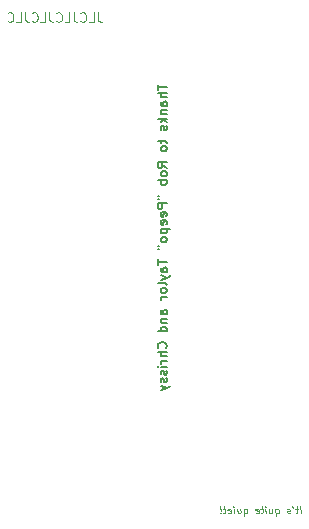
<source format=gbr>
%TF.GenerationSoftware,KiCad,Pcbnew,(6.0.7)*%
%TF.CreationDate,2022-12-16T00:38:36+00:00*%
%TF.ProjectId,CPC464-2MINITapeAdapter,43504334-3634-42d3-924d-494e49546170,rev?*%
%TF.SameCoordinates,Original*%
%TF.FileFunction,Legend,Bot*%
%TF.FilePolarity,Positive*%
%FSLAX46Y46*%
G04 Gerber Fmt 4.6, Leading zero omitted, Abs format (unit mm)*
G04 Created by KiCad (PCBNEW (6.0.7)) date 2022-12-16 00:38:36*
%MOMM*%
%LPD*%
G01*
G04 APERTURE LIST*
%ADD10C,0.037500*%
%ADD11C,0.100000*%
%ADD12C,0.150000*%
G04 APERTURE END LIST*
D10*
X62343838Y-59175704D02*
X62343838Y-59747133D01*
X62381933Y-59861419D01*
X62458123Y-59937609D01*
X62572409Y-59975704D01*
X62648600Y-59975704D01*
X61581933Y-59975704D02*
X61962885Y-59975704D01*
X61962885Y-59175704D01*
X60858123Y-59899514D02*
X60896219Y-59937609D01*
X61010504Y-59975704D01*
X61086695Y-59975704D01*
X61200980Y-59937609D01*
X61277171Y-59861419D01*
X61315266Y-59785228D01*
X61353361Y-59632847D01*
X61353361Y-59518561D01*
X61315266Y-59366180D01*
X61277171Y-59289990D01*
X61200980Y-59213800D01*
X61086695Y-59175704D01*
X61010504Y-59175704D01*
X60896219Y-59213800D01*
X60858123Y-59251895D01*
X60286695Y-59175704D02*
X60286695Y-59747133D01*
X60324790Y-59861419D01*
X60400980Y-59937609D01*
X60515266Y-59975704D01*
X60591457Y-59975704D01*
X59524790Y-59975704D02*
X59905742Y-59975704D01*
X59905742Y-59175704D01*
X58800980Y-59899514D02*
X58839076Y-59937609D01*
X58953361Y-59975704D01*
X59029552Y-59975704D01*
X59143838Y-59937609D01*
X59220028Y-59861419D01*
X59258123Y-59785228D01*
X59296219Y-59632847D01*
X59296219Y-59518561D01*
X59258123Y-59366180D01*
X59220028Y-59289990D01*
X59143838Y-59213800D01*
X59029552Y-59175704D01*
X58953361Y-59175704D01*
X58839076Y-59213800D01*
X58800980Y-59251895D01*
X58229552Y-59175704D02*
X58229552Y-59747133D01*
X58267647Y-59861419D01*
X58343838Y-59937609D01*
X58458123Y-59975704D01*
X58534314Y-59975704D01*
X57467647Y-59975704D02*
X57848600Y-59975704D01*
X57848600Y-59175704D01*
X56743838Y-59899514D02*
X56781933Y-59937609D01*
X56896219Y-59975704D01*
X56972409Y-59975704D01*
X57086695Y-59937609D01*
X57162885Y-59861419D01*
X57200980Y-59785228D01*
X57239076Y-59632847D01*
X57239076Y-59518561D01*
X57200980Y-59366180D01*
X57162885Y-59289990D01*
X57086695Y-59213800D01*
X56972409Y-59175704D01*
X56896219Y-59175704D01*
X56781933Y-59213800D01*
X56743838Y-59251895D01*
X56172409Y-59175704D02*
X56172409Y-59747133D01*
X56210504Y-59861419D01*
X56286695Y-59937609D01*
X56400980Y-59975704D01*
X56477171Y-59975704D01*
X55410504Y-59975704D02*
X55791457Y-59975704D01*
X55791457Y-59175704D01*
X54686695Y-59899514D02*
X54724790Y-59937609D01*
X54839076Y-59975704D01*
X54915266Y-59975704D01*
X55029552Y-59937609D01*
X55105742Y-59861419D01*
X55143838Y-59785228D01*
X55181933Y-59632847D01*
X55181933Y-59518561D01*
X55143838Y-59366180D01*
X55105742Y-59289990D01*
X55029552Y-59213800D01*
X54915266Y-59175704D01*
X54839076Y-59175704D01*
X54724790Y-59213800D01*
X54686695Y-59251895D01*
D11*
X79515517Y-101592028D02*
X79440517Y-100992028D01*
X79265517Y-101192028D02*
X79036946Y-101192028D01*
X79154803Y-100992028D02*
X79219089Y-101506314D01*
X79197660Y-101563457D01*
X79144089Y-101592028D01*
X79086946Y-101592028D01*
X78783375Y-100992028D02*
X78854803Y-101106314D01*
X78626232Y-101563457D02*
X78572660Y-101592028D01*
X78458375Y-101592028D01*
X78397660Y-101563457D01*
X78361946Y-101506314D01*
X78358375Y-101477742D01*
X78379803Y-101420600D01*
X78433375Y-101392028D01*
X78519089Y-101392028D01*
X78572660Y-101363457D01*
X78594089Y-101306314D01*
X78590517Y-101277742D01*
X78554803Y-101220600D01*
X78494089Y-101192028D01*
X78408375Y-101192028D01*
X78354803Y-101220600D01*
X77351232Y-101192028D02*
X77426232Y-101792028D01*
X77397660Y-101563457D02*
X77458375Y-101592028D01*
X77572660Y-101592028D01*
X77626232Y-101563457D01*
X77651232Y-101534885D01*
X77672660Y-101477742D01*
X77651232Y-101306314D01*
X77615517Y-101249171D01*
X77583375Y-101220600D01*
X77522660Y-101192028D01*
X77408375Y-101192028D01*
X77354803Y-101220600D01*
X76808375Y-101192028D02*
X76858375Y-101592028D01*
X77065517Y-101192028D02*
X77104803Y-101506314D01*
X77083375Y-101563457D01*
X77029803Y-101592028D01*
X76944089Y-101592028D01*
X76883375Y-101563457D01*
X76851232Y-101534885D01*
X76572660Y-101592028D02*
X76522660Y-101192028D01*
X76497660Y-100992028D02*
X76529803Y-101020600D01*
X76504803Y-101049171D01*
X76472660Y-101020600D01*
X76497660Y-100992028D01*
X76504803Y-101049171D01*
X76322660Y-101192028D02*
X76094089Y-101192028D01*
X76211946Y-100992028D02*
X76276232Y-101506314D01*
X76254803Y-101563457D01*
X76201232Y-101592028D01*
X76144089Y-101592028D01*
X75711946Y-101563457D02*
X75772660Y-101592028D01*
X75886946Y-101592028D01*
X75940517Y-101563457D01*
X75961946Y-101506314D01*
X75933375Y-101277742D01*
X75897660Y-101220600D01*
X75836946Y-101192028D01*
X75722660Y-101192028D01*
X75669089Y-101220600D01*
X75647660Y-101277742D01*
X75654803Y-101334885D01*
X75947660Y-101392028D01*
X74665517Y-101192028D02*
X74740517Y-101792028D01*
X74711946Y-101563457D02*
X74772660Y-101592028D01*
X74886946Y-101592028D01*
X74940517Y-101563457D01*
X74965517Y-101534885D01*
X74986946Y-101477742D01*
X74965517Y-101306314D01*
X74929803Y-101249171D01*
X74897660Y-101220600D01*
X74836946Y-101192028D01*
X74722660Y-101192028D01*
X74669089Y-101220600D01*
X74122660Y-101192028D02*
X74172660Y-101592028D01*
X74379803Y-101192028D02*
X74419089Y-101506314D01*
X74397660Y-101563457D01*
X74344089Y-101592028D01*
X74258375Y-101592028D01*
X74197660Y-101563457D01*
X74165517Y-101534885D01*
X73886946Y-101592028D02*
X73836946Y-101192028D01*
X73811946Y-100992028D02*
X73844089Y-101020600D01*
X73819089Y-101049171D01*
X73786946Y-101020600D01*
X73811946Y-100992028D01*
X73819089Y-101049171D01*
X73369089Y-101563457D02*
X73429803Y-101592028D01*
X73544089Y-101592028D01*
X73597660Y-101563457D01*
X73619089Y-101506314D01*
X73590517Y-101277742D01*
X73554803Y-101220600D01*
X73494089Y-101192028D01*
X73379803Y-101192028D01*
X73326232Y-101220600D01*
X73304803Y-101277742D01*
X73311946Y-101334885D01*
X73604803Y-101392028D01*
X73122660Y-101192028D02*
X72894089Y-101192028D01*
X73011946Y-100992028D02*
X73076232Y-101506314D01*
X73054803Y-101563457D01*
X73001232Y-101592028D01*
X72944089Y-101592028D01*
X72736946Y-101534885D02*
X72711946Y-101563457D01*
X72744089Y-101592028D01*
X72769089Y-101563457D01*
X72736946Y-101534885D01*
X72744089Y-101592028D01*
X72715517Y-101363457D02*
X72701232Y-101020600D01*
X72669089Y-100992028D01*
X72644089Y-101020600D01*
X72715517Y-101363457D01*
X72669089Y-100992028D01*
D12*
X67379904Y-65279619D02*
X67379904Y-65736761D01*
X68179904Y-65508190D02*
X67379904Y-65508190D01*
X68179904Y-66003428D02*
X67379904Y-66003428D01*
X68179904Y-66346285D02*
X67760857Y-66346285D01*
X67684666Y-66308190D01*
X67646571Y-66232000D01*
X67646571Y-66117714D01*
X67684666Y-66041523D01*
X67722761Y-66003428D01*
X68179904Y-67070095D02*
X67760857Y-67070095D01*
X67684666Y-67032000D01*
X67646571Y-66955809D01*
X67646571Y-66803428D01*
X67684666Y-66727238D01*
X68141809Y-67070095D02*
X68179904Y-66993904D01*
X68179904Y-66803428D01*
X68141809Y-66727238D01*
X68065619Y-66689142D01*
X67989428Y-66689142D01*
X67913238Y-66727238D01*
X67875142Y-66803428D01*
X67875142Y-66993904D01*
X67837047Y-67070095D01*
X67646571Y-67451047D02*
X68179904Y-67451047D01*
X67722761Y-67451047D02*
X67684666Y-67489142D01*
X67646571Y-67565333D01*
X67646571Y-67679619D01*
X67684666Y-67755809D01*
X67760857Y-67793904D01*
X68179904Y-67793904D01*
X68179904Y-68174857D02*
X67379904Y-68174857D01*
X67875142Y-68251047D02*
X68179904Y-68479619D01*
X67646571Y-68479619D02*
X67951333Y-68174857D01*
X68141809Y-68784380D02*
X68179904Y-68860571D01*
X68179904Y-69012952D01*
X68141809Y-69089142D01*
X68065619Y-69127238D01*
X68027523Y-69127238D01*
X67951333Y-69089142D01*
X67913238Y-69012952D01*
X67913238Y-68898666D01*
X67875142Y-68822476D01*
X67798952Y-68784380D01*
X67760857Y-68784380D01*
X67684666Y-68822476D01*
X67646571Y-68898666D01*
X67646571Y-69012952D01*
X67684666Y-69089142D01*
X67646571Y-69965333D02*
X67646571Y-70270095D01*
X67379904Y-70079619D02*
X68065619Y-70079619D01*
X68141809Y-70117714D01*
X68179904Y-70193904D01*
X68179904Y-70270095D01*
X68179904Y-70651047D02*
X68141809Y-70574857D01*
X68103714Y-70536761D01*
X68027523Y-70498666D01*
X67798952Y-70498666D01*
X67722761Y-70536761D01*
X67684666Y-70574857D01*
X67646571Y-70651047D01*
X67646571Y-70765333D01*
X67684666Y-70841523D01*
X67722761Y-70879619D01*
X67798952Y-70917714D01*
X68027523Y-70917714D01*
X68103714Y-70879619D01*
X68141809Y-70841523D01*
X68179904Y-70765333D01*
X68179904Y-70651047D01*
X68179904Y-72327238D02*
X67798952Y-72060571D01*
X68179904Y-71870095D02*
X67379904Y-71870095D01*
X67379904Y-72174857D01*
X67418000Y-72251047D01*
X67456095Y-72289142D01*
X67532285Y-72327238D01*
X67646571Y-72327238D01*
X67722761Y-72289142D01*
X67760857Y-72251047D01*
X67798952Y-72174857D01*
X67798952Y-71870095D01*
X68179904Y-72784380D02*
X68141809Y-72708190D01*
X68103714Y-72670095D01*
X68027523Y-72632000D01*
X67798952Y-72632000D01*
X67722761Y-72670095D01*
X67684666Y-72708190D01*
X67646571Y-72784380D01*
X67646571Y-72898666D01*
X67684666Y-72974857D01*
X67722761Y-73012952D01*
X67798952Y-73051047D01*
X68027523Y-73051047D01*
X68103714Y-73012952D01*
X68141809Y-72974857D01*
X68179904Y-72898666D01*
X68179904Y-72784380D01*
X68179904Y-73393904D02*
X67379904Y-73393904D01*
X67684666Y-73393904D02*
X67646571Y-73470095D01*
X67646571Y-73622476D01*
X67684666Y-73698666D01*
X67722761Y-73736761D01*
X67798952Y-73774857D01*
X68027523Y-73774857D01*
X68103714Y-73736761D01*
X68141809Y-73698666D01*
X68179904Y-73622476D01*
X68179904Y-73470095D01*
X68141809Y-73393904D01*
X67379904Y-74689142D02*
X67532285Y-74689142D01*
X67379904Y-74993904D02*
X67532285Y-74993904D01*
X68179904Y-75336761D02*
X67379904Y-75336761D01*
X67379904Y-75641523D01*
X67418000Y-75717714D01*
X67456095Y-75755809D01*
X67532285Y-75793904D01*
X67646571Y-75793904D01*
X67722761Y-75755809D01*
X67760857Y-75717714D01*
X67798952Y-75641523D01*
X67798952Y-75336761D01*
X68141809Y-76441523D02*
X68179904Y-76365333D01*
X68179904Y-76212952D01*
X68141809Y-76136761D01*
X68065619Y-76098666D01*
X67760857Y-76098666D01*
X67684666Y-76136761D01*
X67646571Y-76212952D01*
X67646571Y-76365333D01*
X67684666Y-76441523D01*
X67760857Y-76479619D01*
X67837047Y-76479619D01*
X67913238Y-76098666D01*
X68141809Y-77127238D02*
X68179904Y-77051047D01*
X68179904Y-76898666D01*
X68141809Y-76822476D01*
X68065619Y-76784380D01*
X67760857Y-76784380D01*
X67684666Y-76822476D01*
X67646571Y-76898666D01*
X67646571Y-77051047D01*
X67684666Y-77127238D01*
X67760857Y-77165333D01*
X67837047Y-77165333D01*
X67913238Y-76784380D01*
X67646571Y-77508190D02*
X68446571Y-77508190D01*
X67684666Y-77508190D02*
X67646571Y-77584380D01*
X67646571Y-77736761D01*
X67684666Y-77812952D01*
X67722761Y-77851047D01*
X67798952Y-77889142D01*
X68027523Y-77889142D01*
X68103714Y-77851047D01*
X68141809Y-77812952D01*
X68179904Y-77736761D01*
X68179904Y-77584380D01*
X68141809Y-77508190D01*
X68179904Y-78346285D02*
X68141809Y-78270095D01*
X68103714Y-78231999D01*
X68027523Y-78193904D01*
X67798952Y-78193904D01*
X67722761Y-78231999D01*
X67684666Y-78270095D01*
X67646571Y-78346285D01*
X67646571Y-78460571D01*
X67684666Y-78536761D01*
X67722761Y-78574857D01*
X67798952Y-78612952D01*
X68027523Y-78612952D01*
X68103714Y-78574857D01*
X68141809Y-78536761D01*
X68179904Y-78460571D01*
X68179904Y-78346285D01*
X67379904Y-78917714D02*
X67532285Y-78917714D01*
X67379904Y-79222476D02*
X67532285Y-79222476D01*
X67379904Y-80060571D02*
X67379904Y-80517714D01*
X68179904Y-80289142D02*
X67379904Y-80289142D01*
X68179904Y-81127238D02*
X67760857Y-81127238D01*
X67684666Y-81089142D01*
X67646571Y-81012952D01*
X67646571Y-80860571D01*
X67684666Y-80784380D01*
X68141809Y-81127238D02*
X68179904Y-81051047D01*
X68179904Y-80860571D01*
X68141809Y-80784380D01*
X68065619Y-80746285D01*
X67989428Y-80746285D01*
X67913238Y-80784380D01*
X67875142Y-80860571D01*
X67875142Y-81051047D01*
X67837047Y-81127238D01*
X67646571Y-81432000D02*
X68179904Y-81622476D01*
X67646571Y-81812952D02*
X68179904Y-81622476D01*
X68370380Y-81546285D01*
X68408476Y-81508190D01*
X68446571Y-81432000D01*
X68179904Y-82232000D02*
X68141809Y-82155809D01*
X68065619Y-82117714D01*
X67379904Y-82117714D01*
X68179904Y-82651047D02*
X68141809Y-82574857D01*
X68103714Y-82536761D01*
X68027523Y-82498666D01*
X67798952Y-82498666D01*
X67722761Y-82536761D01*
X67684666Y-82574857D01*
X67646571Y-82651047D01*
X67646571Y-82765333D01*
X67684666Y-82841523D01*
X67722761Y-82879619D01*
X67798952Y-82917714D01*
X68027523Y-82917714D01*
X68103714Y-82879619D01*
X68141809Y-82841523D01*
X68179904Y-82765333D01*
X68179904Y-82651047D01*
X68179904Y-83260571D02*
X67646571Y-83260571D01*
X67798952Y-83260571D02*
X67722761Y-83298666D01*
X67684666Y-83336761D01*
X67646571Y-83412952D01*
X67646571Y-83489142D01*
X68179904Y-84708190D02*
X67760857Y-84708190D01*
X67684666Y-84670095D01*
X67646571Y-84593904D01*
X67646571Y-84441523D01*
X67684666Y-84365333D01*
X68141809Y-84708190D02*
X68179904Y-84632000D01*
X68179904Y-84441523D01*
X68141809Y-84365333D01*
X68065619Y-84327238D01*
X67989428Y-84327238D01*
X67913238Y-84365333D01*
X67875142Y-84441523D01*
X67875142Y-84632000D01*
X67837047Y-84708190D01*
X67646571Y-85089142D02*
X68179904Y-85089142D01*
X67722761Y-85089142D02*
X67684666Y-85127238D01*
X67646571Y-85203428D01*
X67646571Y-85317714D01*
X67684666Y-85393904D01*
X67760857Y-85432000D01*
X68179904Y-85432000D01*
X68179904Y-86155809D02*
X67379904Y-86155809D01*
X68141809Y-86155809D02*
X68179904Y-86079619D01*
X68179904Y-85927238D01*
X68141809Y-85851047D01*
X68103714Y-85812952D01*
X68027523Y-85774857D01*
X67798952Y-85774857D01*
X67722761Y-85812952D01*
X67684666Y-85851047D01*
X67646571Y-85927238D01*
X67646571Y-86079619D01*
X67684666Y-86155809D01*
X68103714Y-87603428D02*
X68141809Y-87565333D01*
X68179904Y-87451047D01*
X68179904Y-87374857D01*
X68141809Y-87260571D01*
X68065619Y-87184380D01*
X67989428Y-87146285D01*
X67837047Y-87108190D01*
X67722761Y-87108190D01*
X67570380Y-87146285D01*
X67494190Y-87184380D01*
X67418000Y-87260571D01*
X67379904Y-87374857D01*
X67379904Y-87451047D01*
X67418000Y-87565333D01*
X67456095Y-87603428D01*
X68179904Y-87946285D02*
X67379904Y-87946285D01*
X68179904Y-88289142D02*
X67760857Y-88289142D01*
X67684666Y-88251047D01*
X67646571Y-88174857D01*
X67646571Y-88060571D01*
X67684666Y-87984380D01*
X67722761Y-87946285D01*
X68179904Y-88670095D02*
X67646571Y-88670095D01*
X67798952Y-88670095D02*
X67722761Y-88708190D01*
X67684666Y-88746285D01*
X67646571Y-88822476D01*
X67646571Y-88898666D01*
X68179904Y-89165333D02*
X67646571Y-89165333D01*
X67379904Y-89165333D02*
X67418000Y-89127238D01*
X67456095Y-89165333D01*
X67418000Y-89203428D01*
X67379904Y-89165333D01*
X67456095Y-89165333D01*
X68141809Y-89508190D02*
X68179904Y-89584380D01*
X68179904Y-89736761D01*
X68141809Y-89812952D01*
X68065619Y-89851047D01*
X68027523Y-89851047D01*
X67951333Y-89812952D01*
X67913238Y-89736761D01*
X67913238Y-89622476D01*
X67875142Y-89546285D01*
X67798952Y-89508190D01*
X67760857Y-89508190D01*
X67684666Y-89546285D01*
X67646571Y-89622476D01*
X67646571Y-89736761D01*
X67684666Y-89812952D01*
X68141809Y-90155809D02*
X68179904Y-90232000D01*
X68179904Y-90384380D01*
X68141809Y-90460571D01*
X68065619Y-90498666D01*
X68027523Y-90498666D01*
X67951333Y-90460571D01*
X67913238Y-90384380D01*
X67913238Y-90270095D01*
X67875142Y-90193904D01*
X67798952Y-90155809D01*
X67760857Y-90155809D01*
X67684666Y-90193904D01*
X67646571Y-90270095D01*
X67646571Y-90384380D01*
X67684666Y-90460571D01*
X67646571Y-90765333D02*
X68179904Y-90955809D01*
X67646571Y-91146285D02*
X68179904Y-90955809D01*
X68370380Y-90879619D01*
X68408476Y-90841523D01*
X68446571Y-90765333D01*
M02*

</source>
